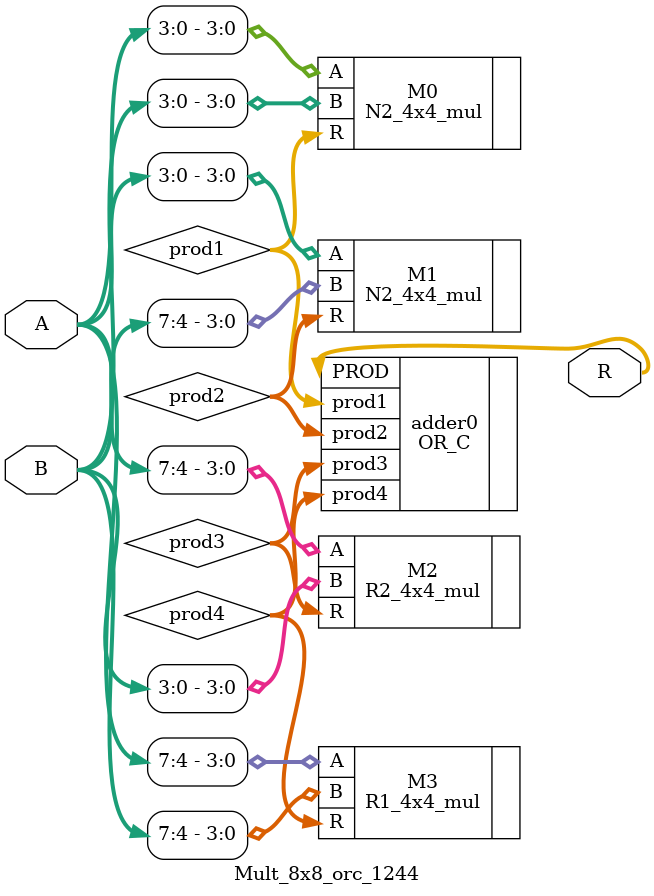
<source format=v>
module Mult_8x8_orc_1244(
input [7:0] A,
input [7:0] B,
output [15:0]R
);
wire [7:0]prod1;
wire [7:0]prod2;
wire [7:0]prod3;
wire [7:0]prod4;

N2_4x4_mul M0(.A(A[3:0]),.B(B[3:0]),.R(prod1));
N2_4x4_mul M1(.A(A[3:0]),.B(B[7:4]),.R(prod2));
R2_4x4_mul M2(.A(A[7:4]),.B(B[3:0]),.R(prod3));
R1_4x4_mul M3(.A(A[7:4]),.B(B[7:4]),.R(prod4));
OR_C adder0(.prod1(prod1),.prod2(prod2),.prod3(prod3),.prod4(prod4),.PROD(R));
endmodule

</source>
